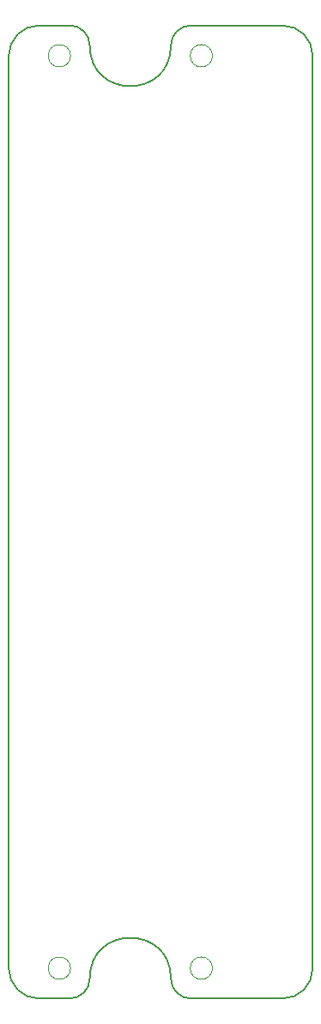
<source format=gbr>
%TF.GenerationSoftware,KiCad,Pcbnew,9.0.0*%
%TF.CreationDate,2025-03-09T10:14:36+03:00*%
%TF.ProjectId,PM_LED-18,504d5f4c-4544-42d3-9138-2e6b69636164,rev?*%
%TF.SameCoordinates,Original*%
%TF.FileFunction,Profile,NP*%
%FSLAX46Y46*%
G04 Gerber Fmt 4.6, Leading zero omitted, Abs format (unit mm)*
G04 Created by KiCad (PCBNEW 9.0.0) date 2025-03-09 10:14:36*
%MOMM*%
%LPD*%
G01*
G04 APERTURE LIST*
%TA.AperFunction,Profile*%
%ADD10C,0.200000*%
%TD*%
%TA.AperFunction,Profile*%
%ADD11C,0.050000*%
%TD*%
G04 APERTURE END LIST*
D10*
X14995708Y-45000000D02*
X14995708Y45000000D01*
X-15000000Y45000000D02*
G75*
G02*
X-12000000Y48000000I3000000J0D01*
G01*
X-7000000Y-46000000D02*
G75*
G02*
X1000000Y-46000000I4000000J0D01*
G01*
X-9000000Y48000000D02*
G75*
G02*
X-7000000Y46000000I0J-2000000D01*
G01*
X14995708Y-45000000D02*
G75*
G02*
X12000000Y-47995708I-2995708J0D01*
G01*
X-12000000Y-48000000D02*
X-9000000Y-48000000D01*
X-7000000Y-46000000D02*
G75*
G02*
X-9000000Y-48000000I-2000000J0D01*
G01*
X1000000Y46000000D02*
G75*
G02*
X-7000000Y46000000I-4000000J0D01*
G01*
X-15000000Y45000000D02*
X-15000000Y-45000000D01*
X-12000000Y-48000000D02*
G75*
G02*
X-15000000Y-45000000I0J3000000D01*
G01*
X3000000Y-48000000D02*
X12000000Y-48000000D01*
X3000000Y48000000D02*
X12000000Y47995708D01*
X12000000Y47995708D02*
G75*
G02*
X14995708Y45000000I0J-2995708D01*
G01*
X-12000000Y48000000D02*
X-9000000Y48000000D01*
X1000000Y46000000D02*
G75*
G02*
X3000000Y48000000I2000000J0D01*
G01*
X3000000Y-48000000D02*
G75*
G02*
X1000000Y-46000000I0J2000000D01*
G01*
D11*
%TO.C,H4*%
X-8900000Y-45000000D02*
G75*
G02*
X-11100000Y-45000000I-1100000J0D01*
G01*
X-11100000Y-45000000D02*
G75*
G02*
X-8900000Y-45000000I1100000J0D01*
G01*
%TO.C,H3*%
X5100000Y-45000000D02*
G75*
G02*
X2900000Y-45000000I-1100000J0D01*
G01*
X2900000Y-45000000D02*
G75*
G02*
X5100000Y-45000000I1100000J0D01*
G01*
%TO.C,H1*%
X5100000Y45000000D02*
G75*
G02*
X2900000Y45000000I-1100000J0D01*
G01*
X2900000Y45000000D02*
G75*
G02*
X5100000Y45000000I1100000J0D01*
G01*
%TO.C,H2*%
X-8900000Y45000000D02*
G75*
G02*
X-11100000Y45000000I-1100000J0D01*
G01*
X-11100000Y45000000D02*
G75*
G02*
X-8900000Y45000000I1100000J0D01*
G01*
%TD*%
M02*

</source>
